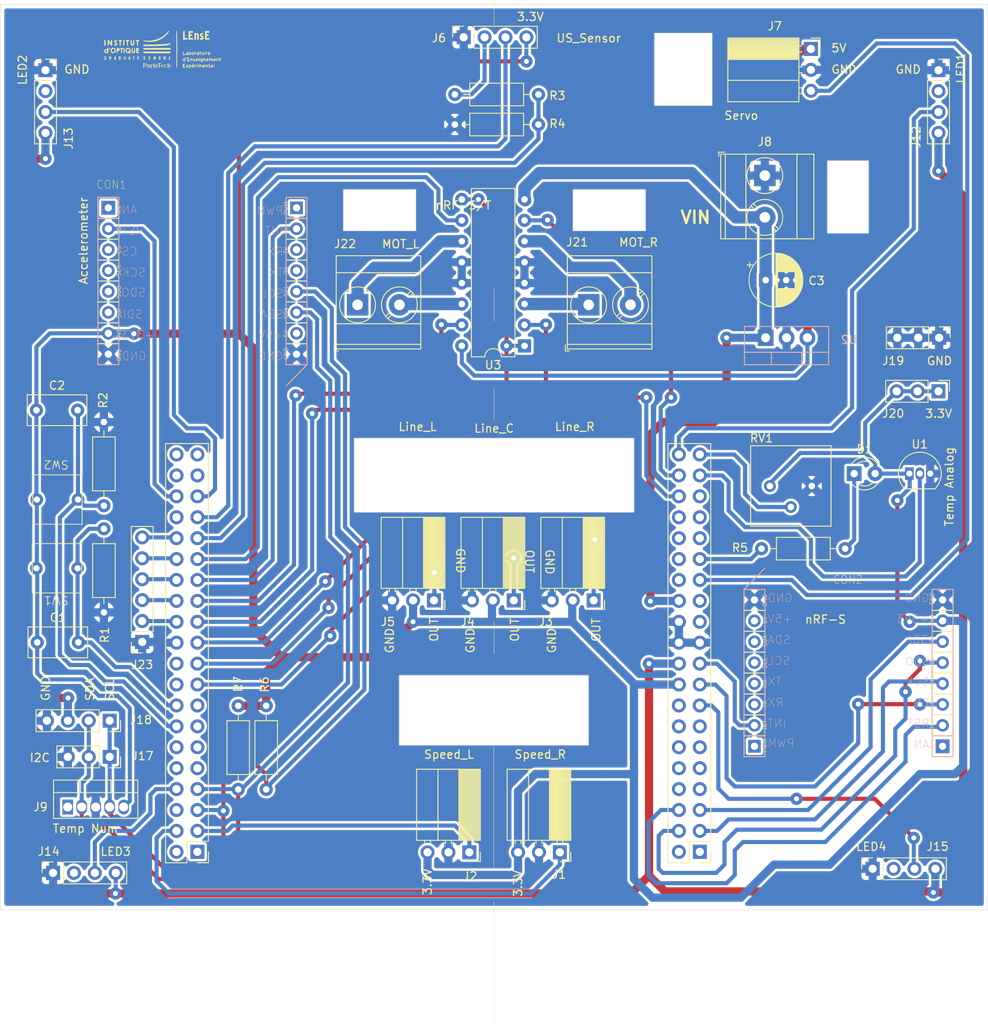
<source format=kicad_pcb>
(kicad_pcb (version 20240108) (generator "pcbnew") (generator_version "8.0")
  (layers (0 "F.Cu" signal) (31 "B.Cu" signal) (34 "B.Paste" user) (35 "F.Paste" user) (36 "B.SilkS" user "B.Silkscreen") (37 "F.SilkS" user "F.Silkscreen") (38 "B.Mask" user) (39 "F.Mask" user) (44 "Edge.Cuts" user))
  (net 0 "")
  (net 1 "GND")
  (net 2 "SW1_OUT")
  (net 3 "SW2_OUT")
  (net 4 "VIN")
  (net 5 "5V_NUC")
  (net 6 "nRF_CS")
  (net 9 "nRF_CE")
  (net 10 "nRF_INT")
  (net 14 "3.3V_NUC")
  (net 15 "SCK")
  (net 16 "MISO")
  (net 17 "MOSI")
  (net 18 "ADC_OUT")
  (net 19 "POT_OUT")
  (net 20 "SDA")
  (net 21 "USER_BUTTON")
  (net 22 "SCL")
  (net 23 "LED_OUT")
  (net 25 "Accel_INT")
  (net 26 "Accel_RESET")
  (net 31 "Speed_R")
  (net 32 "Speed_L")
  (net 33 "Line_R")
  (net 34 "Line_C")
  (net 35 "Line_L")
  (net 36 "US_echo")
  (net 37 "US_trig")
  (net 38 "Din_1")
  (net 39 "Din_2")
  (net 40 "Din_4")
  (net 41 "Servo")
  (net 42 "TEMP_OUT")
  (net 49 "Net-(D1-K)")
  (net 58 "MOT_EN")
  (net 59 "MOT_R_2")
  (net 60 "MOT_L_1")
  (net 61 "MOT_L_2")
  (net 62 "MOT_R_1")
  (net 63 "US_echo_in")
  (net 64 "Din_3")
  (net 65 "5V")
  (net 78 "Net-(J11-Pin_26)")
  (net 82 "Net-(J11-Pin_30)")
  (net 84 "Net-(J11-Pin_32)")
  (net 90 "Net-(J11-Pin_28)")
  (net 99 "Net-(J21-Pin_1)")
  (net 100 "Net-(J21-Pin_2)")
  (net 101 "Net-(J22-Pin_2)")
  (net 102 "Net-(J22-Pin_1)")
  (net 103 "Net-(J11-Pin_24)")
  (footprint "Connector_PinHeader_2.54mm:PinHeader_2x20_P2.54mm_Vertical" (layer "F.Cu") (at 208.5 143.44 180)
    (property "Reference" "J10" (hide yes))
    (property "Value" "Morpho_Gauche" (hide yes))
  )
  (footprint "Connector_PinHeader_2.54mm:PinHeader_2x20_P2.54mm_Vertical" (layer "F.Cu") (at 147.460001 143.44 180)
    (property "Reference" "J11" (hide yes))
    (property "Value" "Morpho_Droite" (hide yes))
  )
  (footprint "Connector_PinSocket_2.54mm:PinSocket_1x03_P2.54mm_Horizontal" (layer "F.Cu") (at 195.6 112.9 -90)
    (property "Reference" "J3")
    (property "Value" "Line_R")
  )
  (footprint "Resistor_THT:R_Axial_DIN0207_L6.3mm_D2.5mm_P10.16mm_Horizontal" (layer "F.Cu") (at 188.9 51.45 180)
    (property "Reference" "R3")
    (property "Value" "2.2k")
  )
  (footprint "Resistor_THT:R_Axial_DIN0207_L6.3mm_D2.5mm_P10.16mm_Horizontal" (layer "F.Cu") (at 136.1 101.4 90)
    (property "Reference" "R2")
    (property "Value" "8.2k")
  )
  (footprint "Connector_PinSocket_2.54mm:PinSocket_1x04_P2.54mm_Vertical" (layer "F.Cu") (at 229.5 145.5 90)
    (property "Reference" "J15")
    (property "Value" "LED_4")
  )
  (footprint "Resistor_THT:R_Axial_DIN0207_L6.3mm_D2.5mm_P10.16mm_Horizontal" (layer "F.Cu") (at 178.74 55.1)
    (property "Reference" "R4")
    (property "Value" "3.3k")
  )
  (footprint "Connector_PinSocket_2.54mm:PinSocket_1x03_P2.54mm_Horizontal" (layer "F.Cu") (at 180.5 143.5 -90)
    (property "Reference" "J2")
    (property "Value" "Speed_L")
  )
  (footprint "Connector_PinSocket_2.54mm:PinSocket_1x04_P2.54mm_Vertical" (layer "F.Cu") (at 237.5 48.5)
    (property "Reference" "J12")
    (property "Value" "LED_1")
  )
  (footprint "LED_THT:LED_D3.0mm_Clear" (layer "F.Cu") (at 227.26 97.5)
    (property "Reference" "D1")
    (property "Value" "LED")
  )
  (footprint "Potentiometer_THT:Potentiometer_Bourns_3386P_Vertical" (layer "F.Cu") (at 217.02 99.015 -90)
    (property "Reference" "RV1")
    (property "Value" "22k")
  )
  (footprint "LEnsE:Switch" (layer "F.Cu") (at 130.4 113.5)
    (property "Reference" "SW1")
    (property "Value" "SW_1")
  )
  (footprint "Package_TO_SOT_THT:TO-92_Inline" (layer "F.Cu") (at 233.96 97.5)
    (property "Reference" "U1")
    (property "Value" "MCP9700-Temp")
  )
  (footprint "Resistor_THT:R_Axial_DIN0207_L6.3mm_D2.5mm_P10.16mm_Horizontal" (layer "F.Cu") (at 152.420001 125.7 -90)
    (property "Reference" "R7")
    (property "Value" "680")
  )
  (footprint "Capacitor_THT:CP_Radial_D6.3mm_P2.50mm" (layer "F.Cu") (at 216.5 74)
    (property "Reference" "C3")
    (property "Value" "C_Polarized")
  )
  (footprint "Resistor_THT:R_Axial_DIN0207_L6.3mm_D2.5mm_P10.16mm_Horizontal" (layer "F.Cu") (at 226.16 106.615 180)
    (property "Reference" "R5")
    (property "Value" "100")
  )
  (footprint "Package_TO_SOT_THT:TO-220-5_Vertical" (layer "F.Cu") (at 131.7 138)
    (property "Reference" "J9")
    (property "Value" "TC74A2-TempI2C" (hide yes))
  )
  (footprint "Resistor_THT:R_Axial_DIN0207_L6.3mm_D2.5mm_P10.16mm_Horizontal" (layer "F.Cu") (at 136.1 104.2 -90)
    (property "Reference" "R1")
    (property "Value" "8.2k")
  )
  (footprint "Connector_PinSocket_2.54mm:PinSocket_1x04_P2.54mm_Vertical" (layer "F.Cu") (at 136.8 127.51 -90)
    (property "Reference" "J18")
    (property "Value" "I2C_EXT")
  )
  (footprint "Connector_PinSocket_2.54mm:PinSocket_1x04_P2.54mm_Vertical" (layer "F.Cu") (at 179.81 44.5 90)
    (property "Reference" "J6")
    (property "Value" "US_Sensor")
  )
  (footprint "Connector_PinSocket_2.54mm:PinSocket_1x03_P2.54mm_Vertical" (layer "F.Cu") (at 136.8 131.91 -90)
    (property "Reference" "J17")
    (property "Value" "I2C_Visu")
  )
  (footprint "Capacitor_THT:C_Rect_L7.0mm_W3.5mm_P5.00mm" (layer "F.Cu") (at 128 118)
    (property "Reference" "C1")
    (property "Value" "10nF")
  )
  (footprint "mikroE:MIKROBUS_MODULE_CONN" (layer "F.Cu") (at 136.64 65.22)
    (property "Reference" "CON1")
    (property "Value" "MikroE-Accelero" (hide yes))
  )
  (footprint "Capacitor_THT:C_Rect_L7.0mm_W3.5mm_P5.00mm" (layer "F.Cu") (at 127.9 89.8)
    (property "Reference" "C2")
    (property "Value" "10nF")
  )
  (footprint "Connector_PinSocket_2.54mm:PinSocket_1x06_P2.54mm_Vertical" (layer "F.Cu") (at 140.75 117.95 180)
    (property "Reference" "J23")
    (property "Value" "D_IN_OUT")
  )
  (footprint "mikroE:MIKROBUS_MODULE_CONN" (layer "F.Cu") (at 238 130.62 180)
    (property "Reference" "CON2")
    (property "Value" "MikroE-nRF-S-module" (hide yes))
  )
  (footprint "Connector_PinSocket_2.54mm:PinSocket_1x04_P2.54mm_Vertical" (layer "F.Cu") (at 129.92 146 90)
    (property "Reference" "J14")
    (property "Value" "LED_3")
  )
  (footprint "TerminalBlock_Phoenix:TerminalBlock_Phoenix_MKDS-3-2-5.08_1x02_P5.08mm_Horizontal" (layer "F.Cu") (at 195 77)
    (property "Reference" "J21")
    (property "Value" "MOT_R")
  )
  (footprint "Package_DIP:DIP-16_W7.62mm" (layer "F.Cu") (at 187.2 81.98 180)
    (property "Reference" "U3")
    (property "Value" "SN754410NE")
  )
  (footprint "Connector_PinSocket_2.54mm:PinSocket_1x03_P2.54mm_Horizontal" (layer "F.Cu") (at 222 45.92)
    (property "Reference" "J7")
    (property "Value" "Servo")
  )
  (footprint "Connector_PinSocket_2.54mm:PinSocket_1x04_P2.54mm_Vertical" (layer "F.Cu") (at 129 48.5)
    (property "Reference" "J13")
    (property "Value" "LED_2")
  )
  (footprint "Resistor_THT:R_Axial_DIN0207_L6.3mm_D2.5mm_P10.16mm_Horizontal" (layer "F.Cu") (at 155.820001 125.7 -90)
    (property "Reference" "R6")
    (property "Value" "680")
  )
  (footprint "LEnsE:Switch" (layer "F.Cu") (at 130.45 105.15)
    (property "Reference" "SW2")
    (property "Value" "SW_2")
  )
  (footprint "Connector_PinHeader_2.54mm:PinHeader_1x03_P2.54mm_Vertical" (layer "F.Cu") (at 237.58 81 -90)
    (property "Reference" "J19")
    (property "Value" "GND_reg")
  )
  (footprint "TerminalBlock_Phoenix:TerminalBlock_Phoenix_MKDS-3-2-5.08_1x02_P5.08mm_Horizontal" (layer "F.Cu") (at 216.4 61.3 -90)
    (property "Reference" "J8")
    (property "Value" "BAT_IN")
  )
  (footprint "Connector_PinHeader_2.54mm:PinHeader_1x03_P2.54mm_Vertical" (layer "F.Cu") (at 237.5 87.5 -90)
    (property "Reference" "J20")
    (property "Value" "3.3V_reg")
  )
  (footprint "Connector_PinSocket_2.54mm:PinSocket_1x03_P2.54mm_Horizontal" (layer "F.Cu") (at 176.2 112.9 -90)
    (property "Reference" "J5")
    (property "Value" "Line_L")
  )
  (footprint "Connector_PinSocket_2.54mm:PinSocket_1x03_P2.54mm_Horizontal" (layer "F.Cu") (at 191.5 143.5 -90)
    (property "Reference" "J1")
    (property "Value" "Speed_R")
  )
  (footprint "TerminalBlock_Phoenix:TerminalBlock_Phoenix_MKDS-3-2-5.08_1x02_P5.08mm_Horizontal" (layer "F.Cu") (at 166.92 77)
    (property "Reference" "J22")
    (property "Value" "MOT_L")
  )
  (footprint "LEnsE:Logo_Small" (layer "F.Cu") (at 143.25 45.75)
    (property "Reference" "G***" (hide yes))
    (property "Value" "LOGO" (hide yes))
  )
  (footprint "Connector_PinSocket_2.54mm:PinSocket_1x03_P2.54mm_Horizontal" (layer "F.Cu") (at 185.9 112.9 -90)
    (property "Reference" "J4")
    (property "Value" "Line_C")
  )
  (footprint "Package_TO_SOT_THT:TO-220-3_Vertical" (layer "B.Cu") (at 216.5 81)
    (property "Reference" "U2")
    (property "Value" "LM7805_TO220")
  )
  (gr_line (start 183.5 78.9625) (end 183.5 75.0375) (stroke (width 0.05)) (layer "F.SilkS"))
  (gr_line (start 183.5 90.9625) (end 183.5 87.0375) (stroke (width 0.05)) (layer "F.SilkS"))
  (gr_line (start 183.5 119.425) (end 183.5 115.5) (stroke (width 0.05)) (layer "F.SilkS"))
  (gr_line (start 183.475 145.35) (end 183.475 130.5) (stroke (width 0.05)) (layer "F.SilkS"))
  (gr_line (start 183.5 43) (end 183.5 40) (stroke (width 0.05)) (layer "F.SilkS"))
  (gr_line (start 183.5 164.35) (end 183.5 149.5) (stroke (width 0.05)) (layer "F.SilkS"))
  (gr_rect (start 123.5 40.5) (end 243.5 150.5) (stroke (width 0.05)) (fill none) (layer "Edge.Cuts"))
  (gr_rect (start 224 59.5) (end 229 68.3) (stroke (width 0.05)) (fill none) (layer "Edge.Cuts"))
  (gr_rect (start 193.1 63) (end 201.9 68) (stroke (width 0.05)) (fill none) (layer "Edge.Cuts"))
  (gr_rect (start 203 44) (end 210 52.8) (stroke (width 0.05)) (fill none) (layer "Edge.Cuts"))
  (gr_rect (start 166.5 93.2) (end 200.5 102.2) (stroke (width 0.05)) (fill none) (layer "Edge.Cuts"))
  (gr_rect (start 171.975 122) (end 194.975 130.5) (stroke (width 0.05)) (fill none) (layer "Edge.Cuts"))
  (gr_rect (start 165.2 63) (end 174 68) (stroke (width 0.05)) (fill none) (layer "Edge.Cuts"))
  (gr_text "GND" (at 131.2 49 0) (layer "F.SilkS") (effects (font (size 1 1)) (justify left bottom)))
  (gr_text "OUT" (at 176.8 118 90) (layer "F.SilkS") (effects (font (size 1 1)) (justify left bottom)))
  (gr_text "OUT" (at 176.375 106.5 -90) (layer "F.SilkS") (effects (font (size 1 1)) (justify left bottom)))
  (gr_text "SCL" (at 137.4 125.2 90) (layer "F.SilkS") (effects (font (size 1 1)) (justify left bottom)))
  (gr_text "GND" (at 129.6 125.2 90) (layer "F.SilkS") (effects (font (size 1 1)) (justify left bottom)))
  (gr_text "LED2" (at 126.8 50.4 90) (layer "F.SilkS") (effects (font (size 1 1)) (justify left bottom)))
  (gr_text "GND" (at 178.824441 106.452941 -90) (layer "F.SilkS") (effects (font (size 1 1)) (justify left bottom)))
  (gr_text "nRF-S/T" (at 176.3 65.5 0) (layer "F.SilkS") (effects (font (size 1 1)) (justify left bottom)))
  (gr_text "US_Sensor" (at 191 45.2 0) (layer "F.SilkS") (effects (font (size 1 1)) (justify left bottom)))
  (gr_text "VIN" (at 206 67.25 0) (layer "F.SilkS") (effects (font (size 1.5 1.5) (thickness 0.3) (bold yes)) (justify left bottom)))
  (gr_text "GND" (at 191.1 119.4 90) (layer "F.SilkS") (effects (font (size 1 1)) (justify left bottom)))
  (gr_text "3.3V" (at 235.8 90.8 0) (layer "F.SilkS") (effects (font (size 1 1)) (justify left bottom)))
  (gr_text "GND" (at 189.675 106.6 -90) (layer "F.SilkS") (effects (font (size 1 1)) (justify left bottom)))
  (gr_text "5V" (at 224.4 46.4 0) (layer "F.SilkS") (effects (font (size 1 1)) (justify left bottom)))
  (gr_text "LED4" (at 227.4 143.4 0) (layer "F.SilkS") (effects (font (size 1 1)) (justify left bottom)))
  (gr_text "Speed_R" (at 185.9 132.2 0) (layer "F.SilkS") (effects (font (size 1 1)) (justify left bottom)))
  (gr_text "LED1" (at 240.8 50.2 90) (layer "F.SilkS") (effects (font (size 1 1)) (justify left bottom)))
  (gr_text "Accelerometer" (at 134.2 74.6 90) (layer "F.SilkS") (effects (font (size 1 1)) (justify left bottom)))
  (gr_text "Speed_L" (at 174.9 132.2 0) (layer "F.SilkS") (effects (font (size 1 1)) (justify left bottom)))
  (gr_text "3.3V" (at 176 148.8 90) (layer "F.SilkS") (effects (font (size 1 1)) (justify left bottom)))
  (gr_text "GND" (at 171.4 119.4 90) (layer "F.SilkS") (effects (font (size 1 1)) (justify left bottom)))
  (gr_text "I2C" (at 127 132.6 0) (layer "F.SilkS") (effects (font (size 1 1)) (justify left bottom)))
  (gr_text "Line_R" (at 190.8 92.4 0) (layer "F.SilkS") (effects (font (size 1 1)) (justify left bottom)))
  (gr_text "GND" (at 181.2 119.4 90) (layer "F.SilkS") (effects (font (size 1 1)) (justify left bottom)))
  (gr_text "Temp Num" (at 129.8 141.2 0) (layer "F.SilkS") (effects (font (size 1 1)) (justify left bottom)))
  (gr_text "SDA" (at 135 125.2 90) (layer "F.SilkS") (effects (font (size 1 1)) (justify left bottom)))
  (gr_text "MOT_L" (at 169.8 70.2 0) (layer "F.SilkS") (effects (font (size 1 1)) (justify left bottom)))
  (gr_text "Line_C" (at 181 92.6 0) (layer "F.SilkS") (effects (font (size 1 1)) (justify left bottom)))
  (gr_text "nRF-S" (at 221.2 115.8 0) (layer "F.SilkS") (effects (font (size 1 1)) (justify left bottom)))
  (gr_text "GND" (at 236 84.4 0) (layer "F.SilkS") (effects (font (size 1 1)) (justify left bottom)))
  (gr_text "Servo" (at 211.4 54.6 0) (layer "F.SilkS") (effects (font (size 1 1)) (justify left bottom)))
  (gr_text "OUT" (at 196.5 118 90) (layer "F.SilkS") (effects (font (size 1 1)) (justify left bottom)))
  (gr_text "GND" (at 232.2 49 0) (layer "F.SilkS") (effects (font (size 1 1)) (justify left bottom)))
  (gr_text "3.3V" (at 186.2 42.6 0) (layer "F.SilkS") (effects (font (size 1 1)) (justify left bottom)))
  (gr_text "GND" (at 224.4 49 0) (layer "F.SilkS") (effects (font (size 1 1)) (justify left bottom)))
  (gr_text "Temp Analog" (at 239.4 104 90) (layer "F.SilkS") (effects (font (size 1 1)) (justify left bottom)))
  (gr_text "Line_L" (at 171.8 92.4 0) (layer "F.SilkS") (effects (font (size 1 1)) (justify left bottom)))
  (gr_text "3.3V" (at 187 149 90) (layer "F.SilkS") (effects (font (size 1 1)) (justify left bottom)))
  (gr_text "MOT_R" (at 198.6 70 0) (layer "F.SilkS") (effects (font (size 1 1)) (justify left bottom)))
  (gr_text "LED3" (at 135.6 144 0) (layer "F.SilkS") (effects (font (size 1 1)) (justify left bottom)))
  (gr_text "OUT" (at 186.6 118 90) (layer "F.SilkS") (effects (font (size 1 1)) (justify left bottom)))
  (gr_text "OUT" (at 187.225559 106.647059 -90) (layer "F.SilkS") (effects (font (size 1 1)) (justify left bottom)))
  (segment (start 137.5 121) (end 134.5 118) (width 0.5) (layer "B.Cu") (net 2))
  (segment (start 132.9 117.9) (end 132.9 109) (width 0.5) (layer "B.Cu") (net 2))
  (segment (start 143.91 125.66) (end 139.25 121) (width 0.5) (layer "B.Cu") (net 2))
  (segment (start 133 118) (end 132.9 117.9) (width 0.5) (layer "B.Cu") (net 2))
  (segment (start 134.5 118) (end 133 118) (width 0.5) (layer "B.Cu") (net 2))
  (segment (start 136.28 104.02) (end 136.1 104.2) (width 0.5) (layer "B.Cu") (net 2))
  (segment (start 132.9 105.6) (end 132.9 109) (width 0.5) (layer "B.Cu") (net 2))
  (segment (start 134.3 104.2) (end 132.9 105.6) (width 0.5) (layer "B.Cu") (net 2))
  (segment (start 144.920001 125.66) (end 143.91 125.66) (width 0.5) (layer "B.Cu") (net 2))
  (segment (start 136.1 104.2) (end 134.3 104.2) (width 0.5) (layer "B.Cu") (net 2))
  (segment (start 139.25 121) (end 137.5 121) (width 0.5) (layer "B.Cu") (net 2))
  (segment (start 138.5 122.75) (end 136.25 122.75) (width 0.5) (layer "B.Cu") (net 3))
  (segment (start 134.25 120.75) (end 132 120.75) (width 0.5) (layer "B.Cu") (net 3))
  (segment (start 144.920001 128.2) (end 143.95 128.2) (width 0.5) (layer "B.Cu") (net 3))
  (segment (start 130.75 119.5) (end 130.75 102.85) (width 0.5) (layer "B.Cu") (net 3))
  (segment (start 130.75 102.85) (end 132.95 100.65) (width 0.5) (layer "B.Cu") (net 3))
  (segment (start 132.95 100.65) (end 132.95 89.85) (width 0.5) (layer "B.Cu") (net 3))
  (segment (start 132.95 89.85) (end 132.9 89.8) (width 0.5) (layer "B.Cu") (net 3))
  (segment (start 143.95 128.2) (end 138.5 122.75) (width 0.5) (layer "B.Cu") (net 3))
  (segment (start 136.1 101.4) (end 133.7 101.4) (width 0.5) (layer "B.Cu") (net 3))
  (segment (start 133.7 101.4) (end 132.95 100.65) (width 0.5) (layer "B.Cu") (net 3))
  (segment (start 132 120.75) (end 130.75 119.5) (width 0.5) (layer "B.Cu") (net 3))
  (segment (start 136.25 122.75) (end 134.25 120.75) (width 0.5) (layer "B.Cu") (net 3))
  (segment (start 204 91.25) (end 210.25 91.25) (width 1) (layer "F.Cu") (net 4))
  (segment (start 202.5 113) (end 202.5 92.75) (width 1) (layer "F.Cu") (net 4))
  (segment (start 202.5 92.75) (end 204 91.25) (width 1) (layer "F.Cu") (net 4))
  (segment (start 210.25 91.25) (end 211.75 89.75) (width 1) (layer "F.Cu") (net 4))
  (segment (start 211.75 89.75) (end 211.75 81) (width 1) (layer "F.Cu") (net 4))
  (via (at 211.75 81) (size 1.5) (drill 0.6) (layers "F.Cu" "B.Cu") (net 4))
  (via (at 202.5 113) (size 1.5) (drill 0.6) (layers "F.Cu" "B.Cu") (net 4))
  (segment (start 187.2 62.8) (end 189 61) (width 1.5) (layer "B.Cu") (net 4))
  (segment (start 189 61) (end 207.5 61) (width 1.5) (layer "B.Cu") (net 4))
  (segment (start 216.5 66.48) (end 216.4 66.38) (width 1.5) (layer "B.Cu") (net 4))
  (segment (start 207.5 61) (end 212.88 66.38) (width 1.5) (layer "B.Cu") (net 4))
  (segment (start 202.54 112.96) (end 202.5 113) (width 1) (layer "B.Cu") (net 4))
  (segment (start 187.2 64.2) (end 187.2 62.8) (width 1.5) (layer "B.Cu") (net 4))
  (segment (start 187.3 64.3) (end 187.2 64.2) (width 1.5) (layer "B.Cu") (net 4))
  (segment (start 205.96 112.96) (end 202.54 112.96) (width 1) (layer "B.Cu") (net 4))
  (segment (start 216.5 81) (end 216.5 74) (width 1.5) (layer "B.Cu") (net 4))
  (segment (start 211.75 81) (end 216.5 81) (width 1) (layer "B.Cu") (net 4))
  (segment (start 212.88 66.38) (end 216.4 66.38) (width 1.5) (layer "B.Cu") (net 4))
  (segment (start 216.5 74) (end 216.5 66.48) (width 1.5) (layer "B.Cu") (net 4))
  (segment (start 236.875 148.375) (end 236.75 148.25) (width 1) (layer "F.Cu") (net 5))
  (segment (start 126 60.75) (end 127.5 59.25) (width 1) (layer "F.Cu") (net 5))
  (segment (start 126.125 124.75) (end 126 124.625) (width 1) (layer "F.Cu") (net 5))
  (segment (start 126.125 124.75) (end 126 124.875) (width 1) (layer "F.Cu") (net 5))
  (segment (start 240.5 63.75) (end 237.5 60.75) (width 1) (layer "F.Cu") (net 5))
  (segment (start 204.25 148.25) (end 202.33 146.33) (width 1) (layer "F.Cu") (net 5))
  (segment (start 200.16 148.5) (end 202.33 146.33) (width 1) (layer "F.Cu") (net 5))
  (segment (start 236.875 148.375) (end 239.125 148.375) (width 1) (layer "F.Cu") (net 5))
  (segment (start 240.5 147) (end 240.5 63.75) (width 1) (layer "F.Cu") (net 5))
  (segment (start 239.125 148.375) (end 240.5 147) (width 1) (layer "F.Cu") (net 5))
  (segment (start 137.5 148.5) (end 200.16 148.5) (width 1) (layer "F.Cu") (net 5))
  (segment (start 127.5 59.25) (end 129 59.25) (width 1) (layer "F.Cu") (net 5))
  (segment (start 126 124.625) (end 126 60.75) (width 1) (layer "F.Cu") (net 5))
  (segment (start 236.75 148.25) (end 204.25 148.25) (width 1) (layer "F.Cu") (net 5))
  (segment (start 126 147.5) (end 127 148.5) (width 1) (layer "F.Cu") (net 5))
  (segment (start 131.75 124.75) (end 126.125 124.75) (width 1) (layer "F.Cu") (net 5))
  (segment (start 127 148.5) (end 137.5 148.5) (width 1) (layer "F.Cu") (net 5))
  (segment (start 202.33 146.33) (end 202.33 120.58) (width 1) (layer "F.Cu") (net 5))
  (segment (start 126 124.875) (end 126 147.5) (width 1) (layer "F.Cu") (net 5))
  (via (at 237.5 60.75) (size 1.5) (drill 0.6) (layers "F.Cu" "B.Cu") (net 5))
  (via (at 236.875 148.375) (size 1.5) (drill 0.6) (layers "F.Cu" "B.Cu") (net 5))
  (via (at 137.5 148.5) (size 1.5) (drill 0.6) (layers "F.Cu" "B.Cu") (net 5))
  (via (at 129 59.25) (size 1.5) (drill 0.6) (layers "F.Cu" "B.Cu") (net 5))
  (via (at 202.33 120.58) (size 1.5) (drill 0.6) (layers "F.Cu" "B.Cu") (net 5))
  (via (at 131.75 124.75) (size 1.5) (drill 0.6) (layers "F.Cu" "B.Cu") (net 5))
  (segment (start 131.72 127.51) (end 131.72 124.78) (width 1) (layer "B.Cu") (net 5))
  (segment (start 236.875 148.375) (end 237.12 148.13) (width 1) (layer "B.Cu") (net 5))
  (segment (start 202.25 120.5) (end 202.33 120.58) (width 1) (layer "B.Cu") (net 5))
  (segment (start 129 59.25) (end 129 56.12) (width 1) (layer "B.Cu") (net 5))
  (segment (start 237.5 60.75) (end 237.5 56.12) (width 1) (layer "B.Cu") (net 5))
  (segment (start 137.54 146) (end 137.54 148.46) (width 0.5) (layer "B.Cu") (net 5))
  (segment (start 137.54 148.46) (end 137.5 148.5) (width 0.5) (layer "B.Cu") (net 5))
  (segment (start 205.96 120.58) (end 202.33 120.58) (width 1) (layer "B.Cu") (net 5))
  (segment (start 131.72 124.78) (end 131.75 124.75) (width 1) (layer "B.Cu") (net 5))
  (segment (start 131.5 127.9) (end 131.54 127.86) (width 0.5) (layer "B.Cu") (net 5))
  (segment (start 237.12 148.13) (end 237.12 145.5) (width 1) (layer "B.Cu") (net 5))
  (segment (start 235.21 125.5) (end 235.25 125.54) (width 0.5) (layer "F.Cu") (net 6))
  (segment (start 227.75 125.5) (end 235.21 125.5) (width 0.5) (layer "F.Cu") (net 6))
  (via (at 235.25 125.54) (size 1.5) (drill 0.6) (layers "F.Cu" "B.Cu") (net 6))
  (via (at 227.75 125.5) (size 1.5) (drill 0.6) (layers "F.Cu" "B.Cu") (net 6))
  (segment (start 227.75 130.25) (end 222.5 135.5) (width 0.5) (layer "B.Cu") (net 6))
  (segment (start 210.37 123.12) (end 208.5 123.12) (width 0.5) (layer "B.Cu") (net 6))
  (segment (start 211.75 124.5) (end 210.37 123.12) (width 0.5) (layer "B.Cu") (net 6))
  (segment (start 211.75 134.5) (end 211.75 124.5) (width 0.5) (layer "B.Cu") (net 6))
  (segment (start 227.75 125.5) (end 227.75 130.25) (width 0.5) (layer "B.Cu") (net 6))
  (segment (start 235.25 125.54) (end 238 125.54) (width 0.5) (layer "B.Cu") (net 6))
  (segment (start 222.5 135.5) (end 212.75 135.5) (width 0.5) (layer "B.Cu") (net 6))
  (segment (start 212.75 135.5) (end 211.75 134.5) (width 0.5) (layer "B.Cu") (net 6))
  (segment (start 237.83 128.25) (end 238 128.08) (width 0.5) (layer "B.Cu") (net 9))
  (segment (start 212.75 143.25) (end 213.75 142.25) (width 0.5) (layer "B.Cu") (net 9))
  (segment (start 213.75 142.25) (end 223.75 142.25) (width 0.5) (layer "B.Cu") (net 9))
  (segment (start 203.25 147.25) (end 211.75 147.25) (width 0.5) (layer "B.Cu") (net 9))
  (segment (start 205.96 138.36) (end 203.78 138.36) (width 0.5) (layer "B.Cu") (net 9))
  (segment (start 234.5 128.25) (end 237.83 128.25) (width 0.5) (layer "B.Cu") (net 9))
  (segment (start 211.75 147.25) (end 212.75 146.25) (width 0.5) (layer "B.Cu") (net 9))
  (segment (start 233.5 129.25) (end 234.5 128.25) (width 0.5) (layer "B.Cu") (net 9))
  (segment (start 202.25 146.25) (end 203.25 147.25) (width 0.5) (layer "B.Cu") (net 9))
  (segment (start 203.78 138.36) (end 202.25 139.89) (width 0.5) (layer "B.Cu") (net 9))
  (segment (start 233.5 132.5) (end 233.5 129.25) (width 0.5) (layer "B.Cu") (net 9))
  (segment (start 202.25 139.89) (end 202.25 146.25) (width 0.5) (layer "B.Cu") (net 9))
  (segment (start 223.75 142.25) (end 233.5 132.5) (width 0.5) (layer "B.Cu") (net 9))
  (segment (start 212.75 146.25) (end 212.75 143.25) (width 0.5) (layer "B.Cu") (net 9))
  (segment (start 210.58 120.58) (end 212.75 122.75) (width 0.5) (layer "B.Cu") (net 10))
  (segment (start 212.75 122.75) (end 212.75 127.5) (width 0.5) (layer "B.Cu") (net 10))
  (segment (start 213.33 128.08) (end 215.14 128.08) (width 0.5) (layer "B.Cu") (net 10))
  (segment (start 208.5 120.58) (end 210.58 120.58) (width 0.5) (layer "B.Cu") (net 10))
  (segment (start 212.75 127.5) (end 213.33 128.08) (width 0.5) (layer "B.Cu") (net 10))
  (segment (start 157.6 119.7) (end 157.6 119.8) (width 1) (layer "F.Cu") (net 14))
  (segment (start 157.7 119.8) (end 169.36 119.8) (width 1) (layer "F.Cu") (net 14))
  (segment (start 232.5 114) (end 234 115.5) (width 0.5) (layer "F.Cu") (net 14))
  (segment (start 139.75 80.5) (end 152.5 80.5) (width 1) (layer "F.Cu") (net 14))
  (segment (start 154.25 82.25) (end 154.25 116.35) (width 1) (layer "F.Cu") (net 14))
  (segment (start 155.7 117.8) (end 157.6 119.7) (width 1) (layer "F.Cu") (net 14))
  (segment (start 152.5 80.5) (end 154.25 82.25) (width 1) (layer "F.Cu") (net 14))
  (segment (start 232.5 100.75) (end 232.5 114) (width 0.5) (layer "F.Cu") (net 14))
  (segment (start 187.43 47.43) (end 155.07 47.43) (width 0.5) (layer "F.Cu") (net 14))
  (segment (start 154.25 116.35) (end 155.7 117.8) (width 1) (layer "F.Cu") (net 14))
  (segment (start 155.820001 125.7) (end 152.420001 125.7) (width 1) (layer "F.Cu") (net 14))
  (segment (start 169.36 119.8) (end 173.66 115.5) (width 1) (layer "F.Cu") (net 14))
  (segment (start 155.7 117.8) (end 157.7 119.8) (width 1) (layer "F.Cu") (net 14))
  (segment (start 152.5 50) (end 152.5 80.5) (width 0.5) (layer "F.Cu") (net 14))
  (segment (start 155.07 47.43) (end 152.5 50) (width 0.5) (layer "F.Cu") (net 14))
  (segment (start 155.820001 121.579999) (end 155.820001 125.7) (width 1) (layer "F.Cu") (net 14))
  (segment (start 157.6 119.8) (end 155.820001 121.579999) (width 1) (layer "F.Cu") (net 14))
  (via (at 139.75 80.5) (size 1.5) (drill 0.6) (layers "F.Cu" "B.Cu") (net 14))
  (via (at 232.5 100.75) (size 1.5) (drill 0.6) (layers "F.Cu" "B.Cu") (net 14))
  (via (at 234 115.5) (size 1.5) (drill 0.6) (layers "F.Cu" "B.Cu") (net 14))
  (via (at 187.43 47.43) (size 1.5) (drill 0.6) (layers "F.Cu" "B.Cu") (net 14))
  (via (at 173.66 115.5) (size 1.5) (drill 0.6) (layers "F.Cu" "B.Cu") (net 14))
  (segment (start 200.5 146.75) (end 202.75 149) (width 1) (layer "B.Cu") (net 14))
  (segment (start 183.25 115.5) (end 173.66 115.5) (width 1) (layer "B.Cu") (net 14))
  (segment (start 127.9 100.6) (end 127.95 100.65) (width 0.5) (layer "B.Cu") (net 14))
  (segment (start 234 97.54) (end 233.96 97.5) (width 0.5) (layer "B.Cu") (net 14))
  (segment (start 234.96 87.5) (end 237.5 87.5) (width 0.5) (layer "B.Cu") (net 14))
  (segment (start 127.95 108.95) (end 127.9 109) (width 0.5) (layer "B.Cu") (net 14))
  (segment (start 173.66 115.5) (end 173.66 112.9) (width 1) (layer "B.Cu") (net 14))
  (segment (start 129.54 80.46) (end 136.64 80.46) (width 0.5) (layer "B.Cu") (net 14))
  (segment (start 186.42 143.5) (end 186.42 136.08) (width 1) (layer "B.Cu") (net 14))
  (segment (start 200.5 123.24) (end 200.62 123.12) (width 1) (layer "B.Cu") (net 14))
  (segment (start 232.5 100.75) (end 234 99.25) (width 0.5) (layer "B.Cu") (net 14))
  (segment (start 187.43 44.5) (end 187.43 47.43) (width 0.5) (layer "B.Cu") (net 14))
  (segment (start 217.5 145) (end 224.25 145) (width 1) (layer "B.Cu") (net 14))
  (segment (start 228.6 91.32) (end 228.6 95) (width 0.5) (layer "B.Cu") (net 14))
  (segment (start 136.64 80.46) (end 139.71 80.46) (width 1) (layer "B.Cu") (net 14))
  (segment (start 196.75 134) (end 200.5 134) (width 1) (layer "B.Cu") (net 14))
  (segment (start 193 112.96) (end 193 115.5) (width 1) (layer "B.Cu") (net 14))
  (segment (start 127.9 82.1) (end 129.54 80.46) (width 0.5) (layer "B.Cu") (net 14))
  (segment (start 128 119) (end 128 109.1) (width 0.5) (layer "B.Cu") (net 14))
  (segment (start 238 115.38) (end 234.12 115.38) (width 0.5) (layer "B.Cu") (net 14))
  (segment (start 175.42 145.67) (end 176 146.25) (width 1) (layer "B.Cu") (net 14))
  (segment (start 187.5 47.5) (end 187.43 47.43) (width 0.5) (layer "B.Cu") (net 14))
  (segment (start 139.25 126) (end 139.25 137.25) (width 0.5) (layer "B.Cu") (net 14))
  (segment (start 200.62 123.12) (end 205.96 123.12) (width 1) (layer "B.Cu") (net 14))
  (segment (start 232.42 87.5) (end 228.6 91.32) (width 0.5) (layer "B.Cu") (net 14))
  (segment (start 220.7 95) (end 228.6 95) (width 0.5) (layer "B.Cu") (net 14))
  (segment (start 240.5 133) (end 240.5 115.75) (width 1) (layer "B.Cu") (net 14))
  (segment (start 229.8 97.5) (end 233.96 97.5) (width 0.5) (layer "B.Cu") (net 14))
  (segment (start 200.5 134) (end 200.5 123.24) (width 1) (layer "B.Cu") (net 14))
  (segment (start 137.75 124.5) (end 139.25 126) (width 0.5) (layer "B.Cu") (net 14))
  (segment (start 240.5 115.75) (end 240.13 115.38) (width 1) (layer "B.Cu") (net 14))
  (segment (start 128.75 122.5) (end 133.5 122.5) (width 0.5) (layer "B.Cu") (net 14))
  (segment (start 240.13 115.38) (end 238 115.38) (width 1) (layer "B.Cu") (net 14))
  (segment (start 234.12 115.38) (end 234 115.5) (width 0.5) (layer "B.Cu") (net 14))
  (segment (start 139.25 137.25) (end 138.5 138) (width 0.5) (layer "B.Cu") (net 14))
  (segment (start 175.42 143.5) (end 175.42 145.67) (width 1) (layer "B.Cu") (net 14))
  (segment (start 127.9 89.8) (end 127.9 100.6) (width 0.5) (layer "B.Cu") (net 14))
  (segment (start 183.25 115.5) (end 183.25 113.01) (width 1) (layer "B.Cu") (net 14))
  (segment (start 128 119) (end 128 121.75) (width 0.5) (layer "B.Cu") (net 14))
  (segment (start 193.06 112.9) (end 193 112.96) (width 1) (layer "B.Cu") (net 14))
  (segment (start 193 115.5) (end 200.62 123.12) (width 1) (layer "B.Cu") (net 14))
  (segment (start 186.42 136.08) (end 188.5 134) (width 1) (layer "B.Cu") (net 14))
  (segment (start 229.8 96.2) (end 229.8 97.5) (width 0.5) (layer "B.Cu") (net 14))
  (segment (start 228.6 95) (end 229.8 96.2) (width 0.5) (layer "B.Cu") (net 14))
  (segment (start 186 146.25) (end 186.42 145.83) (width 1) (layer "B.Cu") (net 14))
  (segment (start 217.02 98.68) (end 220.7 95) (width 0.5) (layer "B.Cu") (net 14))
  (segment (start 128 109.1) (end 127.9 109) (width 0.5) (layer "B.Cu") (net 14))
  (segment (start 202.75 149) (end 213.5 149) (width 1) (layer "B.Cu") (net 14))
  (segment (start 232.42 87.5) (end 234.96 87.5) (width 0.5) (layer "B.Cu") (net 14))
  (segment (start 217.02 99.015) (end 217.02 98.68) (width 0.5) (layer "B.Cu") (net 14))
  (segment (start 128 121.75) (end 128.75 122.5) (width 0.5) (layer "B.Cu") (net 14))
  (segment (start 176 146.25) (end 186 146.25) (width 1) (layer "B.Cu") (net 14))
  (segment (start 127.95 100.65) (end 127.95 108.95) (width 0.5) (layer "B.Cu") (net 14))
  (segment (start 188.5 134) (end 196.75 134) (width 1) (layer "B.Cu") (net 14))
  (segment (start 239.5 134) (end 240.5 133) (width 1) (layer "B.Cu") (net 14))
  (segment (start 133.5 122.5) (end 135.5 124.5) (width 0.5) (layer "B.Cu") (net 14))
  (segment (start 193 115.5) (end 183.25 115.5) (width 1) (layer "B.Cu") (net 14))
  (segment (start 213.5 149) (end 217.5 145) (width 1) (layer "B.Cu") (net 14))
  (segment (start 186.42 145.83) (end 186.42 143.5) (width 1) (layer "B.Cu") (net 14))
  (segment (start 139.71 80.46) (end 139.75 80.5) (width 0.5) (layer "B.Cu") (net 14))
  (segment (start 234 99.25) (end 234 97.54) (width 0.5) (layer "B.Cu") (net 14))
  (segment (start 224.25 145) (end 235.25 134) (width 1) (layer "B.Cu") (net 14))
  (segment (start 200.5 134) (end 200.5 146.75) (width 1) (layer "B.Cu") (net 14))
  (segment (start 127.9 89.8) (end 127.9 82.1) (width 0.5) (layer "B.Cu") (net 14))
  (segment (start 183.25 113.01) (end 183.36 112.9) (width 1) (layer "B.Cu") (net 14))
  (segment (start 135.5 124.5) (end 137.75 124.5) (width 0.5) (layer "B.Cu") (net 14))
  (segment (start 235.25 134) (end 239.5 134) (width 1) (layer "B.Cu") (net 14))
  (segment (start 212 139.5) (end 222.5 139.5) (width 0.5) (layer "B.Cu") (net 15))
  (segment (start 210.6 140.9) (end 212 139.5) (width 0.5) (layer "B.Cu") (net 15))
  (segment (start 230.75 123.5) (end 231.5 122.75) (width 0.5) (layer "B.Cu") (net 15))
  (segment (start 222.5 139.5) (end 230.75 131.25) (width 0.5) (layer "B.Cu") (net 15))
  (segment (start 208.5 140.9) (end 210.6 140.9) (width 0.5) (layer "B.Cu") (net 15))
  (segment (start 230.75 131.25) (end 230.75 123.5) (width 0.5) (layer "B.Cu") (net 15))
  (segment (start 231.5 122.75) (end 237.75 122.75) (width 0.5) (layer "B.Cu") (net 15))
  (segment (start 237.75 122.75) (end 238 123) (width 0.5) (layer "B.Cu") (net 15))
  (segment (start 233.5 123) (end 235.25 121.25) (width 0.5) (layer "F.Cu") (net 16))
  (segment (start 235.25 121.25) (end 235.25 120.25) (width 0.5) (layer "F.Cu") (net 16))
  (segment (start 233.5 124) (end 233.5 123) (width 0.5) (layer "F.Cu") (net 16))
  (via (at 235.25 120.25) (size 1.5) (drill 0.6) (layers "F.Cu" "B.Cu") (net 16))
  (via (at 233.5 124) (size 1.5) (drill 0.6) (layers "F.Cu" "B.Cu") (net 16))
  (via (at 235.25 120.25) (size 1.5) (drill 0.6) (layers "F.Cu" "B.Cu") (net 16))
  (segment (start 232.25 131.75) (end 223.25 140.75) (width 0.5) (layer "B.Cu") (net 16))
  (segment (start 210.5 146) (end 204 146) (width 0.5) (layer "B.Cu") (net 16))
  (segment (start 235.46 120.46) (end 238 120.46) (width 0.5) (layer "B.Cu") (net 16))
  (segment (start 223.25 140.75) (end 213 140.75) (width 0.5) (layer "B.Cu") (net 16))
  (segment (start 204.1 140.9) (end 205.96 140.9) (width 0.5) (layer "B.Cu") (net 16))
  (segment (start 235.25 120.25) (end 235.46 120.46) (width 0.5) (layer "B.Cu") (net 16))
  (segment (start 203.5 145.5) (end 203.5 141.5) (width 0.5) (layer "B.Cu") (net 16))
  (segment (start 203.5 141.5) (end 204.1 140.9) (width 0.5) (layer "B.Cu") (net 16))
  (segment (start 233.5 124) (end 233.5 127.25) (width 0.5) (layer "B.Cu") (net 16))
  (segment (start 233.5 127.25) (end 232.25 128.5) (width 0.5) (layer "B.Cu") (net 16))
  (segment (start 204 146) (end 203.5 145.5) (width 0.5) (layer "B.Cu") (net 16))
  (segment (start 232.25 128.5) (end 232.25 131.75) (width 0.5) (layer "B.Cu") (net 16))
  (segment (start 211.5 145) (end 210.5 146) (width 0.5) (layer "B.Cu") (net 16))
  (segment (start 211.5 142.25) (end 211.5 145) (width 0.5) (layer "B.Cu") (net 16))
  (segment (start 213 140.75) (end 211.5 142.25) (width 0.5) (layer "B.Cu") (net 16))
  (segment (start 229.25 122.5) (end 233.83 117.92) (width 0.5) (layer "B.Cu") (net 17))
  (segment (start 208.5 138.36) (end 221.64 138.36) (width 0.5) (layer "B.Cu") (net 17))
  (segment (start 229.25 130.75) (end 229.25 122.5) (width 0.5) (layer "B.Cu") (net 17))
  (segment (start 221.64 138.36) (end 229.25 130.75) (width 0.5) (layer "B.Cu") (net 17))
  (segment (start 233.83 117.92) (end 238 117.92) (width 0.5) (layer "B.Cu") (net 17))
  (segment (start 219.56 101.555) (end 215.555 101.555) (width 0.5) (layer "B.Cu") (net 19))
  (segment (start 214 100) (end 214 96.5) (width 0.5) (layer "B.Cu") (net 19))
  (segment (start 219.5 101.615) (end 219.56 101.555) (width 0.5) (layer "B.Cu") (net 19))
  (segment (start 215.555 101.555) (end 214 100) (width 0.5) (layer "B.Cu") (net 19))
  (segment (start 212.68 95.18) (end 208.5 95.18) (width 0.5) (layer "B.Cu") (net 19))
  (segment (start 214 96.5) (end 212.68 95.18) (width 0.5) (layer "B.Cu") (net 19))
  (segment (start 133.4 138) (end 133.4 139.4) (width 0.5) (layer "F.Cu") (net 20))
  (segment (start 136.5 140.5) (end 142.75 146.75) (width 0.5) (layer "F.Cu") (net 20))
  (segment (start 142.75 146.75) (end 150.75 146.75) (width 0.5) (layer "F.Cu") (net 20))
  (segment (start 152.420001 145.079999) (end 152.420001 135.86) (width 0.5) (layer "F.Cu") (net 20))
  (segment (start 150.75 146.75) (end 152.420001 145.079999) (width 0.5) (layer "F.Cu") (net 20))
  (segment (start 133.4 139.4) (end 134.5 140.5) (width 0.5) (layer "F.Cu") (net 20))
  (segment (start 134.5 140.5) (end 136.5 140.5) (width 0.5) (layer "F.Cu") (net 20))
  (segment (start 165.75 122.89) (end 152.78 135.86) (width 0.5) (layer "B.Cu") (net 20))
  (segment (start 134.2 127.45) (end 134.26 127.51) (width 0.5) (layer "B.Cu") (net 20))
  (segment (start 147.460001 135.82) (end 152.380001 135.82) (width 0.5) (layer "B.Cu") (net 20))
  (segment (start 163.6 86.2) (end 163.6 105.2) (width 0.5) (layer "B.Cu") (net 20))
  (segment (start 163.6 105.2) (end 165.75 107.35) (width 0.5) (layer "B.Cu") (net 20))
  (segment (start 159.5 77.92) (end 161.17 77.92) (width 0.5) (layer "B.Cu") (net 20))
  (segment (start 152.78 135.86) (end 152.420001 135.86) (width 0.5) (layer "B.Cu") (net 20))
  (segment (start 152.380001 135.82) (end 152.420001 135.86) (width 0.5) (layer "B.Cu") (net 20))
  (segment (start 134.26 131.91) (end 134.26 127.51) (width 0.5) (layer "B.Cu") (net 20))
  (segment (start 161.17 77.92) (end 162 78.75) (width 0.5) (layer "B.Cu") (net 20))
  (segment (start 133.4 138) (end 133.4 135.11) (width 0.5) (layer "B.Cu") (net 20))
  (segment (start 133.4 135.11) (end 134.26 134.25) (width 0.5) (layer "B.Cu") (net 20))
  (segment (start 134.08 132) (end 134.04 132.04) (width 0.5) (layer "B.Cu") (net 20))
  (segment (start 165.75 107.35) (end 165.75 122.89) (width 0.5) (layer "B.Cu") (net 20))
  (segment (start 162 84.6) (end 163.6 86.2) (width 0.5) (layer "B.Cu") (net 20))
  (segment (start 162 78.75) (end 162 84.6) (width 0.5) (layer "B.Cu") (net 20))
  (segment (start 134.26 134.25) (end 134.26 131.91) (width 0.5) (layer "B.Cu") (net 20))
  (segment (start 150.620001 134.129999) (end 151.75 133) (width 0.5) (layer "F.Cu") (net 22))
  (segment (start 154.75 133) (end 155.820001 134.070001) (width 0.5) (layer "F.Cu") (net 22))
  (segment (start 150.620001 138.46) (end 150.620001 134.129999) (width 0.5) (layer "F.Cu") (net 22))
  (segment (start 149.990002 145.5) (end 150.620001 144.870001) (width 0.5) (layer "F.Cu") (net 22))
  (segment (start 151.75 133) (end 154.75 133) (width 0.5) (layer "F.Cu") (net 22))
  (segment (start 136.8 138) (end 136.8 138.8) (width 0.5) (layer "F.Cu") (net 22))
  (segment (start 155.820001 134.070001) (end 155.820001 135.86) (width 0.5) (layer "F.Cu") (net 22))
  (segment (start 136.8 138.8) (end 143.5 145.5) (width 0.5) (layer "F.Cu") (net 22))
  (segment (start 143.5 145.5) (end 149.990002 145.5) (width 0.5) (layer "F.Cu") (net 22))
  (segment (start 150.620001 144.870001) (end 150.620001 138.46) (width 0.5) (layer "F.Cu") (net 22))
  (via (at 150.620001 138.46) (size 1.5) (drill 0.6) (layers "F.Cu" "B.Cu") (net 22))
  (segment (start 136.8 131.91) (end 136.8 137.865) (width 0.5) (layer "B.Cu") (net 22))
  (segment (start 147.460001 138.36) (end 150.520001 138.36) (width 0.5) (layer "B.Cu") (net 22))
  (segment (start 136.7 127.41) (end 136.8 127.51) (width 0.5) (layer "B.Cu") (net 22))
  (segment (start 136.8 131.91) (end 136.8 127.51) (width 0.5) (layer "B.Cu") (net 22))
  (segment (start 150.520001 138.36) (end 150.620001 138.46) (width 0.5) (layer "B.Cu") (net 22))
  (segment (start 165.4 104) (end 167.75 106.35) (width 0.5) (layer "B.Cu") (net 22))
  (segment (start 155.820001 135.679999) (end 155.820001 135.86) (width 0.5) (layer "B.Cu") (net 22))
  (segment (start 163.8 77.425) (end 163.8 83.8) (width 0.5) (layer "B.Cu") (net 22))
  (segment (start 167.75 123.75) (end 155.820001 135.679999) (width 0.5) (layer "B.Cu") (net 22))
  (segment (start 163.8 83.8) (end 165.4 85.4) (width 0.5) (layer "B.Cu") (net 22))
  (segment (start 167.75 106.35) (end 167.75 123.75) (width 0.5) (layer "B.Cu") (net 22))
  (segment (start 159.5 75.38) (end 161.755 75.38) (width 0.5) (layer "B.Cu") (net 22))
  (segment (start 165.4 85.4) (end 165.4 104) (width 0.5) (layer "B.Cu") (net 22))
  (segment (start 161.755 75.38) (end 163.8 77.425) (width 0.5) (layer "B.Cu") (net 22))
  (segment (start 214.735 107.88) (end 216 106.615) (width 0.5) (layer "B.Cu") (net 23))
  (segment (start 208.5 107.88) (end 214.735 107.88) (width 0.5) (layer "B.Cu") (net 23))
  (segment (start 157.64 67.76) (end 156.6 68.8) (width 0.5) (layer "B.Cu") (net 25))
  (segment (start 159.5 67.76) (end 157.64 67.76) (width 0.5) (layer "B.Cu") (net 25))
  (segment (start 154.18 110.42) (end 147.460001 110.42) (width 0.5) (layer "B.Cu") (net 25))
  (segment (start 156.6 68.8) (end 156.6 108) (width 0.5) (layer "B.Cu") (net 25))
  (segment (start 156.6 108) (end 154.18 110.42) (width 0.5) (layer "B.Cu") (net 25))
  (segment (start 142.25 69.25) (end 140.75 67.75) (width 0.5) (layer "B.Cu") (net 26))
  (segment (start 142.25 98.75) (end 143.76 100.26) (width 0.5) (layer "B.Cu") (net 26))
  (segment (start 143.76 100.26) (end 144.920001 100.26) (width 0.5) (layer "B.Cu") (net 26))
  (segment (start 140.75 67.75) (end 140.74 67.76) (width 0.5) (layer "B.Cu") (net 26))
  (segment (start 140.74 67.76) (end 136.64 67.76) (width 0.5) (layer "B.Cu") (net 26))
  (segment (start 142.25 98.75) (end 142.25 69.25) (width 0.5) (layer "B.Cu") (net 26))
  (segment (start 142.5 141.75) (end 143.35 140.9) (width 0.5) (layer "B.Cu") (net 31))
  (segment (start 142.5 147) (end 142.5 141.75) (width 0.5) (layer "B.Cu") (net 31))
  (segment (start 144 148.5) (end 142.5 147) (width 0.5) (layer "B.Cu") (net 31))
  (segment (start 188 148.5) (end 144 148.5) (width 0.5) (layer "B.Cu") (net 31))
  (segment (start 191.5 143.5) (end 191.5 145) (width 0.5) (layer "B.Cu") (net 31))
  (segment (start 191.5 145) (end 188 148.5) (width 0.5) (layer "B.Cu") (net 31))
  (segment (start 143.35 140.9) (end 144.920001 140.9) (width 0.5) (layer "B.Cu") (net 31))
  (segment (start 151.1 140.9) (end 151.75 140.25) (width 0.5) (layer "B.Cu") (net 32))
  (segment (start 151.75 140.25) (end 178.75 140.25) (width 0.5) (layer "B.Cu") (net 32))
  (segment (start 147.460001 140.9) (end 151.1 140.9) (width 0.5) (layer "B.Cu") (net 32))
  (segment (start 180.5 142) (end 180.5 143.5) (width 0.5) (layer "B.Cu") (net 32))
  (segment (start 178.75 140.25) (end 180.5 142) (width 0.5) (layer "B.Cu") (net 32))
  (segment (start 168.1 105.5) (end 195.75 105.5) (width 0.5) (layer "F.Cu") (net 33))
  (segment (start 163 110.6) (end 168.1 105.5) (width 0.5) (layer "F.Cu") (net 33))
  (via (at 195.75 105.5) (size 1.5) (drill 0.6) (layers "F.Cu" "B.Cu") (net 33))
  (via (at 163 110.6) (size 1.5) (drill 0.6) (layers "F.Cu" "B.Cu") (net 33))
  (segment (start 163 110.6) (end 155.6 118) (width 0.5) (layer "B.Cu") (net 33))
  (segment (start 195.75 105.5) (end 195.75 105.75) (width 0.5) (layer "B.Cu") (net 33))
  (segment (start 195.6 105.9) (end 195.6 112.9) (width 0.5) (layer "B.Cu") (net 33))
  (segment (start 147.500001 118) (end 147.460001 118.04) (width 0.5) (layer "B.Cu") (net 33))
  (segment (start 195.75 105.75) (end 195.6 105.9) (width 0.5) (layer "B.Cu") (net 33))
  (segment (start 155.6 118) (end 147.500001 118) (width 0.5) (layer "B.Cu") (net 33))
  (segment (start 163.4 113.8) (end 163.4 112.8) (width 0.5) (layer "F.Cu") (net 34))
  (segment (start 168.45 107.75) (end 185.9 107.75) (width 0.5) (layer "F.Cu") (net 34))
  (segment (start 163.4 112.8) (end 168.45 107.75) (width 0.5) (layer "F.Cu") (net 34))
  (via (at 163.4 113.8) (size 1.5) (drill 0.6) (layers "F.Cu" "B.Cu") (net 34))
  (via (at 185.9 107.75) (size 1.5) (drill 0.6) (layers "F.Cu" "B.Cu") (net 34))
  (segment (start 156.62 120.58) (end 147.460001 120.58) (width 0.5) (layer "B.Cu") (net 34))
  (segment (start 163.4 113.8) (end 156.62 120.58) (width 0.5) (layer "B.Cu") (net 34))
  (segment (start 185.9 107.75) (end 185.9 112.9) (width 0.5) (layer "B.Cu") (net 34))
  (segment (start 170.7 109.5) (end 176.25 109.5) (width 0.5) (layer "F.Cu") (net 35))
  (segment (start 163.6 116.6) (end 170.7 109.5) (width 0.5) (layer "F.Cu") (net 35))
  (segment (start 163.6 117.2) (end 163.6 116.6) (width 0.5) (layer "F.Cu") (net 35))
  (via (at 163.6 117.2) (size 1.5) (drill 0.6) (layers "F.Cu" "B.Cu") (net 35))
  (via (at 176.25 109.5) (size 1.5) (drill 0.6) (layers "F.Cu" "B.Cu") (net 35))
  (segment (start 163.6 117.2) (end 157.68 123.12) (width 0.5) (layer "B.Cu") (net 35))
  (segment (start 176.25 109.5) (end 176.25 112.85) (width 0.5) (layer "B.Cu") (net 35))
  (segment (start 157.68 123.12) (end 147.460001 123.12) (width 0.5) (layer "B.Cu") (net 35))
  (segment (start 176.25 112.85) (end 176.2 112.9) (width 0.5) (layer "B.Cu") (net 35))
  (segment (start 180.75 51.45) (end 182.35 49.85) (width 0.5) (layer "B.Cu") (net 36))
  (segment (start 178.74 51.45) (end 180.75 51.45) (width 0.5) (layer "B.Cu") (net 36))
  (segment (start 182.35 49.85) (end 182.35 44.5) (width 0.5) (layer "B.Cu") (net 36))
  (segment (start 147.460001 102.8) (end 149.8 102.8) (width 0.5) (layer "B.Cu") (net 37))
  (segment (start 184.89 56.86) (end 184.89 44.5) (width 0.5) (layer "B.Cu") (net 37))
  (segment (start 151.2 61) (end 154.45 57.75) (width 0.5) (layer "B.Cu") (net 37))
  (segment (start 154.45 57.75) (end 184 57.75) (width 0.5) (layer "B.Cu") (net 37))
  (segment (start 151.2 101.4) (end 151.2 61) (width 0.5) (layer "B.Cu") (net 37))
  (segment (start 149.8 102.8) (end 151.2 101.4) (width 0.5) (layer "B.Cu") (net 37))
  (segment (start 184 57.75) (end 184.89 56.86) (width 0.5) (layer "B.Cu") (net 37))
  (segment (start 207 92) (end 224.5 92) (width 0.5) (layer "B.Cu") (net 38))
  (segment (start 227 75.25) (end 234.5 67.75) (width 0.5) (layer "B.Cu") (net 38))
  (segment (start 234.5 67.75) (end 234.5 54.415) (width 0.5) (layer "B.Cu") (net 38))
  (segment (start 234.5 54.415) (end 235.335 53.58) (width 0.5) (layer "B.Cu") (net 38))
  (segment (start 227 89.5) (end 227 75.25) (width 0.5) (layer "B.Cu") (net 38))
  (segment (start 205.96 95.18) (end 205.96 93.04) (width 0.5) (layer "B.Cu") (net 38))
  (segment (start 224.5 92) (end 227 89.5) (width 0.5) (layer "B.Cu") (net 38))
  (segment (start 205.96 93.04) (end 207 92) (width 0.5) (layer "B.Cu") (net 38))
  (segment (start 235.335 53.58) (end 237.5 53.58) (width 0.5) (layer "B.Cu") (net 38))
  (segment (start 148.4 92) (end 146.2 92) (width 0.5) (layer "B.Cu") (net 39))
  (segment (start 147.460001 100.26) (end 148.74 100.26) (width 0.5) (layer "B.Cu") (net 39))
  (segment (start 146.2 92) (end 144.6 90.4) (width 0.5) (layer "B.Cu") (net 39))
  (segment (start 148.74 100.26) (end 149.6 99.4) (width 0.5) (layer "B.Cu") (net 39))
  (segment (start 144.6 90.4) (end 144.6 57.85) (width 0.5) (layer "B.Cu") (net 39))
  (segment (start 149.6 99.4) (end 149.6 93.2) (width 0.5) (layer "B.Cu") (net 39))
  (segment (start 144.6 57.85) (end 140.33 53.58) (width 0.5) (layer "B.Cu") (net 39))
  (segment (start 149.6 93.2) (end 148.4 92) (width 0.5) (layer "B.Cu") (net 39))
  (segment (start 129 53.58) (end 140.33 53.58) (width 0.5) (layer "B.Cu") (net 39))
  (segment (start 229.75 137) (end 234.5 141.75) (width 0.5) (layer "F.Cu") (net 40))
  (segment (start 220.25 137) (end 229.75 137) (width 0.5) (layer "F.Cu") (net 40))
  (via (at 234.5 141.75) (size 1.5) (drill 0.6) (layers "F.Cu" "B.Cu") (net 40))
  (via (at 220.25 137) (size 1.5) (drill 0.6) (layers "F.Cu" "B.Cu") (net 40))
  (segment (start 234.5 141.75) (end 234.5 145.42) (width 0.5) (layer "B.Cu") (net 40))
  (segment (start 220.25 137) (end 212 137) (width 0.5) (layer "B.Cu") (net 40))
  (segment (start 210.75 135.75) (end 210.75 126.5) (width 0.5) (layer "B.Cu") (net 40))
  (segment (start 234.5 145.42) (end 234.58 145.5) (width 0.5) (layer "B.Cu") (net 40))
  (segment (start 209.91 125.66) (end 208.5 125.66) (width 0.5) (layer "B.Cu") (net 40))
  (segment (start 212 137) (end 210.75 135.75) (width 0.5) (layer "B.Cu") (net 40))
  (segment (start 210.75 126.5) (end 209.91 125.66) (width 0.5) (layer "B.Cu") (net 40))
  (segment (start 241 46.75) (end 239.5 45.25) (width 0.5) (layer "B.Cu") (net 41))
  (segment (start 224.25 51) (end 222 51) (width 0.5) (layer "B.Cu") (net 41))
  (segment (start 230 45.25) (end 224.25 51) (width 0.5) (layer "B.Cu") (net 41))
  (segment (start 219.67 110.42) (end 221.5 112.25) (width 0.5) (layer "B.Cu") (net 41))
  (segment (start 221.5 112.25) (end 234.25 112.25) (width 0.5) (layer "B.Cu") (net 41))
  (segment (start 241 105.5) (end 241 46.75) (width 0.5) (layer "B.Cu") (net 41))
  (segment (start 208.5 110.42) (end 219.67 110.42) (width 0.5) (layer "B.Cu") (net 41))
  (segment (start 239.5 45.25) (end 230 45.25) (width 0.5) (layer "B.Cu") (net 41))
  (segment (start 234.25 112.25) (end 241 105.5) (width 0.5) (layer "B.Cu") (net 41))
  (segment (start 214 104) (end 220.5 104) (width 0.5) (layer "B.Cu") (net 42))
  (segment (start 235.23 108.27) (end 235.23 97.5) (width 0.5) (layer "B.Cu") (net 42))
  (segment (start 222 108.5) (end 223.5 110) (width 0.5) (layer "B.Cu") (net 42))
  (segment (start 212 98.5) (end 212 102) (width 0.5) (layer "B.Cu") (net 42))
  (segment (start 208.5 97.72) (end 211.22 97.72) (width 0.5) (layer "B.Cu") (net 42))
  (segment (start 212 102) (end 214 104) (width 0.5) (layer "B.Cu") (net 42))
  (segment (start 233.5 110) (end 235.23 108.27) (width 0.5) (layer "B.Cu") (net 42))
  (segment (start 222 105.5) (end 222 108.5) (width 0.5) (layer "B.Cu") (net 42))
  (segment (start 220.5 104) (end 222 105.5) (width 0.5) (layer "B.Cu") (net 42))
  (segment (start 223.5 110) (end 233.5 110) (width 0.5) (layer "B.Cu") (net 42))
  (segment (start 211.22 97.72) (end 212 98.5) (width 0.5) (layer "B.Cu") (net 42))
  (segment (start 227.26 105.515) (end 226.16 106.615) (width 0.5) (layer "B.Cu") (net 49))
  (segment (start 227.26 97.5) (end 227.52 97.76) (width 0.5) (layer "B.Cu") (net 49))
  (segment (start 227.26 97.5) (end 227.26 105.515) (width 0.5) (layer "B.Cu") (net 49))
  (segment (start 161.85 89.75) (end 182.5 89.75) (width 0.5) (layer "F.Cu") (net 58))
  (segment (start 185.02 87.23) (end 185.02 81.98) (width 0.5) (layer "F.Cu") (net 58))
  (segment (start 185.02 81.98) (end 185.02 67.62) (width 0.5) (layer "F.Cu") (net 58))
  (segment (start 161.4 90.2) (end 161.85 89.75) (width 0.5) (layer "F.Cu") (net 58))
  (segment (start 182.5 89.75) (end 185.02 87.23) (width 0.5) (layer "F.Cu") (net 58))
  (segment (start 185.02 67.62) (end 181.6 64.2) (width 0.5) (layer "F.Cu") (net 58))
  (via (at 161.4 90.2) (size 1.5) (drill 0.6) (layers "F.Cu" "B.Cu") (net 58))
  (via (at 185.02 81.98) (size 1.5) (drill 0.6) (layers "F.Cu" "B.Cu") (net 58))
  (via (at 181.6 64.2) (size 1.5) (drill 0.6) (layers "F.Cu" "B.Cu") (net 58))
  (segment (start 185 82) (end 185.02 81.98) (width 0.5) (layer "B.Cu") (net 58))
  (segment (start 161.4 109.2) (end 155.1 115.5) (width 0.5) (layer "B.Cu") (net 58))
  (segment (start 179.58 64.2) (end 181.6 64.2) (width 0.5) (layer "B.Cu") (net 58))
  (segment (start 187.2 81.98) (end 185.02 81.98) (width 0.5) (layer "B.Cu") (net 58))
  (segment (start 161.4 90.2) (end 161.4 109.2) (width 0.5) (layer "B.Cu") (net 58))
  (segment (start 155.1 115.5) (end 147.460001 115.5) (width 0.5) (layer "B.Cu") (net 58))
  (segment (start 205 70.5) (end 204 69.5) (width 0.5) (layer "F.Cu") (net 59))
  (segment (start 192.8 69.5) (end 190 66.7) (width 0.5) (layer "F.Cu") (net 59))
  (segment (start 190 66.7) (end 189.6 66.3) (width 0.5) (layer "F.Cu") (net 59))
  (segment (start 205 88.25) (end 205 70.5) (width 0.5) (layer "F.Cu") (net 59))
  (segment (start 204 69.5) (end 192.8 69.5) (width 0.5) (layer "F.Cu") (net 59))
  (via (at 205 88.25) (size 1.5) (drill 0.6) (layers "F.Cu" "B.Cu") (net 59))
  (via (at 190 66.7) (size 1.5) (drill 0.6) (layers "F.Cu" "B.Cu") (net 59))
  (via (at 190 66.7) (size 1.5) (drill 0.6) (layers "F.Cu" "B.Cu") (net 59))
  (segment (start 205 88.25) (end 203.75 89.5) (width 0.5) (layer "B.Cu") (net 59))
  (segment (start 204.47 97.72) (end 205.96 97.72) (width 0.5) (layer "B.Cu") (net 59))
  (segment (start 187.2 66.74) (end 189.96 66.74) (width 0.5) (layer "B.Cu") (net 59))
  (segment (start 189.96 66.74) (end 190 66.7) (width 0.5) (layer "B.Cu") (net 59))
  (segment (start 203.75 97) (end 204.47 97.72) (width 0.5) (layer "B.Cu") (net 59))
  (segment (start 203.75 89.5) (end 203.75 97) (width 0.5) (layer "B.Cu") (net 59))
  (segment (start 175.25 61.5) (end 176.74 62.99) (width 0.5) (layer "B.Cu") (net 60))
  (segment (start 154.8 106.4) (end 154.8 64) (width 0.5) (layer "B.Cu") (net 60))
  (segment (start 154.8 64) (end 157.3 61.5) (width 0.5) (layer "B.Cu") (net 60))
  (segment (start 157.3 61.5) (end 175.25 61.5) (width 0.5) (layer "B.Cu") (net 60))
  (segment (start 177.75 66.74) (end 179.58 66.74) (width 0.5) (layer "B.Cu") (net 60))
  (segment (start 147.460001 107.88) (end 153.32 107.88) (width 0.5) (layer "B.Cu") (net 60))
  (segment (start 176.74 62.99) (end 176.74 65.73) (width 0.5) (layer "B.Cu") (net 60))
  (segment (start 176.74 65.73) (end 177.75 66.74) (width 0.5) (layer "B.Cu") (net 60))
  (segment (start 153.32 107.88) (end 154.8 106.4) (width 0.5) (layer "B.Cu") (net 60))
  (segment (start 159.4 88) (end 159.6 87.8) (width 0.5) (layer "F.Cu") (net 61))
  (segment (start 175.2 87.8) (end 177.1 85.9) (width 0.5) (layer "F.Cu") (net 61))
  (segment (start 177.1 85.9) (end 177.1 79.4) (width 0.5) (layer "F.Cu") (net 61))
  (segment (start 159.6 87.8) (end 175.2 87.8) (width 0.5) (layer "F.Cu") (net 61))
  (segment (start 177.1 79.4) (end 177 79.3) (width 0.5) (layer "F.Cu") (net 61))
  (via (at 177.1 79.4) (size 1.5) (drill 0.6) (layers "F.Cu" "B.Cu") (net 61))
  (via (at 159.4 88) (size 1.5) (drill 0.6) (layers "F.Cu" "B.Cu") (net 61))
  (segment (start 159.4 88) (end 159.2 88.2) (width 0.5) (layer "B.Cu") (net 61))
  (segment (start 177.14 79.44) (end 177.1 79.4) (width 0.5) (layer "B.Cu") (net 61))
  (segment (start 159.2 88.2) (end 159.2 108.6) (width 0.5) (layer "B.Cu") (net 61))
  (segment (start 179.58 79.44) (end 177.14 79.44) (width 0.5) (layer "B.Cu") (net 61))
  (segment (start 159.2 108.6) (end 154.84 112.96) (width 0.5) (layer "B.Cu") (net 61))
  (segment (start 154.84 112.96) (end 147.460001 112.96) (width 0.5) (layer "B.Cu") (net 61))
  (segment (start 189.8 87.3) (end 189.8 79.4) (width 0.5) (layer "F.Cu") (net 62))
  (segment (start 202 88.25) (end 190.75 88.25) (width 0.5) (layer "F.Cu") (net 62))
  (segment (start 190.75 88.25) (end 189.8 87.3) (width 0.5) (layer "F.Cu") (net 62))
  (via (at 189.8 79.4) (size 1.5) (drill 0.6) (layers "F.Cu" "B.Cu") (net 62))
  (via (at 202 88.25) (size 1.5) (drill 0.6) (layers "F.Cu" "B.Cu") (net 62))
  (segment (start 202 88.25) (end 202 97.75) (width 0.5) (layer "B.Cu") (net 62))
  (segment (start 202 97.75) (end 204.51 100.26) (width 0.5) (layer "B.Cu") (net 62))
  (segment (start 189.76 79.44) (end 189.8 79.4) (width 0.5) (layer "B.Cu") (net 62))
  (segment (start 187.2 79.44) (end 189.76 79.44) (width 0.5) (layer "B.Cu") (net 62))
  (segment (start 204.51 100.26) (end 205.96 100.26) (width 0.5) (layer "B.Cu") (net 62))
  (segment (start 155.65 59.75) (end 153 62.4) (width 0.5) (layer "B.Cu") (net 63))
  (segment (start 150.26 105.34) (end 147.460001 105.34) (width 0.5) (layer "B.Cu") (net 63))
  (segment (start 186 59.75) (end 155.65 59.75) (width 0.5) (layer "B.Cu") (net 63))
  (segment (start 153 102.6) (end 150.26 105.34) (width 0.5) (layer "B.Cu") (net 63))
  (segment (start 188.9 56.85) (end 186 59.75) (width 0.5) (layer "B.Cu") (net 63))
  (segment (start 188.9 55.1) (end 188.9 56.85) (width 0.5) (layer "B.Cu") (net 63))
  (segment (start 153 62.4) (end 153 102.6) (width 0.5) (layer "B.Cu") (net 63))
  (segment (start 188.9 51.45) (end 188.9 55.1) (width 0.5) (layer "B.Cu") (net 63))
  (segment (start 139.6 140.9) (end 141.75 138.75) (width 0.5) (layer "B.Cu") (net 64))
  (segment (start 136.35 140.9) (end 139.6 140.9) (width 0.5) (layer "B.Cu") (net 64))
  (segment (start 141.75 136.5) (end 142.43 135.82) (width 0.5) (layer "B.Cu") (net 64))
  (segment (start 135 142.25) (end 136.35 140.9) (width 0.5) (layer "B.Cu") (net 64))
  (segment (start 135 146) (end 135 142.25) (width 0.5) (layer "B.Cu") (net 64))
  (segment (start 141.75 138.75) (end 141.75 136.5) (width 0.5) (layer "B.Cu") (net 64))
  (segment (start 142.43 135.82) (end 144.920001 135.82) (width 0.5) (layer "B.Cu") (net 64))
  (segment (start 221.08 45.92) (end 219.5 47.5) (width 1) (layer "F.Cu") (net 65))
  (segment (start 222 45.92) (end 221.08 45.92) (width 1) (layer "F.Cu") (net 65))
  (segment (start 219.5 65.75) (end 221.58 67.83) (width 1) (layer "F.Cu") (net 65))
  (segment (start 221.58 67.83) (end 221.58 81) (width 1) (layer "F.Cu") (net 65))
  (segment (start 219.5 47.5) (end 219.5 65.75) (width 1) (layer "F.Cu") (net 65))
  (segment (start 179.58 81.98) (end 179.36 82.2) (width 1) (layer "B.Cu") (net 65))
  (segment (start 181.1 85.6) (end 220.15 85.6) (width 0.5) (layer "B.Cu") (net 65))
  (segment (start 220.15 85.6) (end 221.58 84.17) (width 0.5) (layer "B.Cu") (net 65))
  (segment (start 179.58 84.08) (end 181.1 85.6) (width 0.5) (layer "B.Cu") (net 65))
  (segment (start 179.58 81.98) (end 179.58 84.08) (width 0.5) (layer "B.Cu") (net 65))
  (segment (start 221.58 84.17) (end 221.58 81) (width 0.5) (layer "B.Cu") (net 65))
  (segment (start 140.75 112.87) (end 144.830001 112.87) (width 0.5) (layer "B.Cu") (net 78))
  (segment (start 144.830001 112.87) (end 144.920001 112.96) (width 0.5) (layer "B.Cu") (net 78))
  (segment (start 144.830001 107.79) (end 144.920001 107.88) (width 0.5) (layer "B.Cu") (net 82))
  (segment (start 140.75 107.79) (end 144.830001 107.79) (width 0.5) (layer "B.Cu") (net 82))
  (segment (start 140.75 105.25) (end 144.830001 105.25) (width 0.5) (layer "B.Cu") (net 84))
  (segment (start 144.830001 105.25) (end 144.920001 105.34) (width 0.5) (layer "B.Cu") (net 84))
  (segment (start 140.75 110.33) (end 144.830001 110.33) (width 0.5) (layer "B.Cu") (net 90))
  (segment (start 144.830001 110.33) (end 144.920001 110.42) (width 0.5) (layer "B.Cu") (net 90))
  (segment (start 194.9 76.9) (end 195 77) (width 1.5) (layer "B.Cu") (net 99))
  (segment (start 187.2 76.9) (end 194.9 76.9) (width 1.5) (layer "B.Cu") (net 99))
  (segment (start 189.53 69.28) (end 192.75 72.5) (width 1.5) (layer "B.Cu") (net 100))
  (segment (start 192.75 72.5) (end 197.75 72.5) (width 1.5) (layer "B.Cu") (net 100))
  (segment (start 197.75 72.5) (end 200.08 74.83) (width 1.5) (layer "B.Cu") (net 100))
  (segment (start 187.2 69.28) (end 189.53 69.28) (width 1.5) (layer "B.Cu") (net 100))
  (segment (start 200.08 74.83) (end 200.08 77) (width 1.5) (layer "B.Cu") (net 100))
  (segment (start 172.1 76.9) (end 172 77) (width 1.5) (layer "B.Cu") (net 101))
  (segment (start 179.58 76.9) (end 172.1 76.9) (width 1.5) (layer "B.Cu") (net 101))
  (segment (start 176.97 69.28) (end 179.58 69.28) (width 1.5) (layer "B.Cu") (net 102))
  (segment (start 166.92 74.58) (end 169 72.5) (width 1.5) (layer "B.Cu") (net 102))
  (segment (start 169 72.5) (end 173.75 72.5) (width 1.5) (layer "B.Cu") (net 102))
  (segment (start 173.75 72.5) (end 176.97 69.28) (width 1.5) (layer "B.Cu") (net 102))
  (segment (start 166.92 77) (end 166.92 74.58) (width 1.5) (layer "B.Cu") (net 102))
  (segment (start 144.830001 115.41) (end 144.920001 115.5) (width 0.5) (layer "B.Cu") (net 103))
  (segment (start 140.75 115.41) (end 144.830001 115.41) (width 0.5) (layer "B.Cu") (net 103))
  (zone (net 1) (net_name "GND") (layer "B.Cu") (connect_pads (clearance 0.3)) (min_thickness 0.508) (fill yes (thermal_gap 0.508) (thermal_bridge_width 1))
    (polygon (pts (xy 243 150) (xy 124 150) (xy 124 41) (xy 243 41)))
  )
)
</source>
